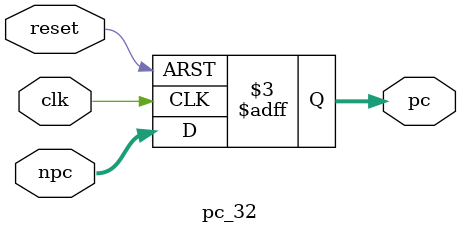
<source format=v>
`timescale 1ns / 1ps
module pc_32(
	input clk,
	input reset,
	input [31:0] npc,
	output [31:0] pc
	
	);
	reg [31:0] pc;
	initial
	begin
		pc=32'b0000_0000_0000_0000_0011_0000_0000_0000;
	end
	always@(posedge clk or posedge reset)
	begin
		if(reset)
			pc=32'b0000_0000_0000_0000_0011_0000_0000_0000;
	else
		pc=npc;
	end
endmodule
</source>
